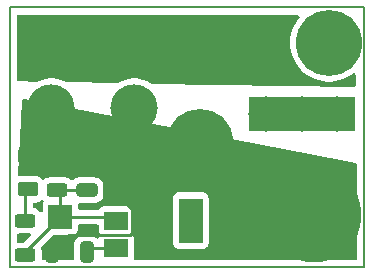
<source format=gbr>
%TF.GenerationSoftware,KiCad,Pcbnew,7.0.7*%
%TF.CreationDate,2024-08-19T02:41:26-07:00*%
%TF.ProjectId,CombatPDB,436f6d62-6174-4504-9442-2e6b69636164,rev?*%
%TF.SameCoordinates,Original*%
%TF.FileFunction,Copper,L1,Top*%
%TF.FilePolarity,Positive*%
%FSLAX46Y46*%
G04 Gerber Fmt 4.6, Leading zero omitted, Abs format (unit mm)*
G04 Created by KiCad (PCBNEW 7.0.7) date 2024-08-19 02:41:26*
%MOMM*%
%LPD*%
G01*
G04 APERTURE LIST*
G04 Aperture macros list*
%AMRoundRect*
0 Rectangle with rounded corners*
0 $1 Rounding radius*
0 $2 $3 $4 $5 $6 $7 $8 $9 X,Y pos of 4 corners*
0 Add a 4 corners polygon primitive as box body*
4,1,4,$2,$3,$4,$5,$6,$7,$8,$9,$2,$3,0*
0 Add four circle primitives for the rounded corners*
1,1,$1+$1,$2,$3*
1,1,$1+$1,$4,$5*
1,1,$1+$1,$6,$7*
1,1,$1+$1,$8,$9*
0 Add four rect primitives between the rounded corners*
20,1,$1+$1,$2,$3,$4,$5,0*
20,1,$1+$1,$4,$5,$6,$7,0*
20,1,$1+$1,$6,$7,$8,$9,0*
20,1,$1+$1,$8,$9,$2,$3,0*%
G04 Aperture macros list end*
%TA.AperFunction,NonConductor*%
%ADD10C,0.200000*%
%TD*%
%TA.AperFunction,SMDPad,CuDef*%
%ADD11RoundRect,0.250000X-0.625000X0.375000X-0.625000X-0.375000X0.625000X-0.375000X0.625000X0.375000X0*%
%TD*%
%TA.AperFunction,ComponentPad*%
%ADD12R,3.800000X3.800000*%
%TD*%
%TA.AperFunction,ComponentPad*%
%ADD13C,4.000000*%
%TD*%
%TA.AperFunction,SMDPad,CuDef*%
%ADD14R,2.000000X1.500000*%
%TD*%
%TA.AperFunction,SMDPad,CuDef*%
%ADD15R,2.000000X3.800000*%
%TD*%
%TA.AperFunction,SMDPad,CuDef*%
%ADD16R,9.000000X3.000000*%
%TD*%
%TA.AperFunction,SMDPad,CuDef*%
%ADD17RoundRect,0.250000X-0.625000X0.312500X-0.625000X-0.312500X0.625000X-0.312500X0.625000X0.312500X0*%
%TD*%
%TA.AperFunction,SMDPad,CuDef*%
%ADD18RoundRect,0.250000X-0.650000X0.325000X-0.650000X-0.325000X0.650000X-0.325000X0.650000X0.325000X0*%
%TD*%
%TA.AperFunction,SMDPad,CuDef*%
%ADD19RoundRect,0.250000X-0.325000X-0.650000X0.325000X-0.650000X0.325000X0.650000X-0.325000X0.650000X0*%
%TD*%
%TA.AperFunction,SMDPad,CuDef*%
%ADD20R,2.000000X2.000000*%
%TD*%
%TA.AperFunction,ViaPad*%
%ADD21C,8.000000*%
%TD*%
%TA.AperFunction,ViaPad*%
%ADD22C,5.600000*%
%TD*%
%TA.AperFunction,ViaPad*%
%ADD23C,3.000000*%
%TD*%
%TA.AperFunction,ViaPad*%
%ADD24C,2.500000*%
%TD*%
%TA.AperFunction,Conductor*%
%ADD25C,0.250000*%
%TD*%
G04 APERTURE END LIST*
D10*
X133500000Y-63000000D02*
X163500000Y-63000000D01*
X163500000Y-85000000D01*
X133500000Y-85000000D01*
X133500000Y-63000000D01*
D11*
%TO.P,D1,1,K*%
%TO.N,GND*%
X135000000Y-75600000D03*
%TO.P,D1,2,A*%
%TO.N,Net-(D1-A)*%
X135000000Y-78400000D03*
%TD*%
D12*
%TO.P,BT1,1,+*%
%TO.N,/VBAT*%
X137000000Y-66500000D03*
D13*
%TO.P,BT1,2,-*%
%TO.N,GND*%
X137000000Y-71500000D03*
%TD*%
D12*
%TO.P,BT2,1,+*%
%TO.N,/VBAT*%
X144000000Y-66500000D03*
D13*
%TO.P,BT2,2,-*%
%TO.N,GND*%
X144000000Y-71500000D03*
%TD*%
D14*
%TO.P,U2,1,GND*%
%TO.N,GND*%
X142500000Y-78750000D03*
%TO.P,U2,2,VO*%
%TO.N,/5V Power*%
X142500000Y-81050000D03*
D15*
X148800000Y-81050000D03*
D14*
%TO.P,U2,3,VI*%
%TO.N,/VBAT*%
X142500000Y-83350000D03*
%TD*%
D16*
%TO.P,TP3,1,1*%
%TO.N,GND*%
X158200000Y-72000000D03*
%TD*%
%TO.P,TP6,1,1*%
%TO.N,/VBAT*%
X152250000Y-65250000D03*
%TD*%
D17*
%TO.P,R1,1*%
%TO.N,Net-(D1-A)*%
X134800000Y-81075000D03*
%TO.P,R1,2*%
%TO.N,/5V Power*%
X134800000Y-84000000D03*
%TD*%
D18*
%TO.P,C2,1*%
%TO.N,GND*%
X140000000Y-75525000D03*
%TO.P,C2,2*%
%TO.N,/5V Power*%
X140000000Y-78475000D03*
%TD*%
D19*
%TO.P,C1,1*%
%TO.N,GND*%
X137025000Y-83750000D03*
%TO.P,C1,2*%
%TO.N,/VBAT*%
X139975000Y-83750000D03*
%TD*%
D20*
%TO.P,TP7,1,1*%
%TO.N,/5V Power*%
X137750000Y-80750000D03*
%TD*%
D17*
%TO.P,R2,1*%
%TO.N,GND*%
X137500000Y-75537500D03*
%TO.P,R2,2*%
%TO.N,/5V Power*%
X137500000Y-78462500D03*
%TD*%
D21*
%TO.N,GND*%
X159200000Y-80600000D03*
D22*
%TO.N,*%
X160500000Y-66000000D03*
D23*
%TO.N,GND*%
X158200000Y-72000000D03*
X161200000Y-72000000D03*
D22*
X149600000Y-74400000D03*
D23*
X155200000Y-72000000D03*
D24*
%TO.N,/VBAT*%
X153500000Y-67750000D03*
X148500000Y-67750000D03*
D23*
X149250000Y-65250000D03*
D24*
X151000000Y-67750000D03*
D23*
X155250000Y-65250000D03*
D24*
X156000000Y-67750000D03*
D23*
X152250000Y-65250000D03*
%TD*%
D25*
%TO.N,GND*%
X137962500Y-75950000D02*
X138000000Y-75987500D01*
X137500000Y-75537500D02*
X137512500Y-75525000D01*
X143825000Y-82125000D02*
X143825000Y-80075000D01*
X137437500Y-75600000D02*
X137500000Y-75537500D01*
X140000000Y-75525000D02*
X142500000Y-78025000D01*
X137025000Y-83750000D02*
X138500000Y-82275000D01*
X135000000Y-75600000D02*
X137437500Y-75600000D01*
X138500000Y-82275000D02*
X143675000Y-82275000D01*
X137512500Y-75525000D02*
X140000000Y-75525000D01*
X143675000Y-82275000D02*
X143825000Y-82125000D01*
X143825000Y-80075000D02*
X142500000Y-78750000D01*
X142500000Y-78025000D02*
X142500000Y-78750000D01*
%TO.N,Net-(D1-A)*%
X134800000Y-81075000D02*
X134800000Y-78600000D01*
X134800000Y-78600000D02*
X135000000Y-78400000D01*
%TO.N,/VBAT*%
X140375000Y-83350000D02*
X139975000Y-83750000D01*
X142500000Y-83350000D02*
X140375000Y-83350000D01*
%TO.N,/5V Power*%
X142200000Y-80750000D02*
X142500000Y-81050000D01*
X137750000Y-80750000D02*
X134800000Y-83700000D01*
X134800000Y-83700000D02*
X134800000Y-84000000D01*
X137500000Y-78462500D02*
X139987500Y-78462500D01*
X139987500Y-78462500D02*
X140000000Y-78475000D01*
X137750000Y-80750000D02*
X142200000Y-80750000D01*
X137750000Y-80750000D02*
X137750000Y-78712500D01*
X137750000Y-78712500D02*
X137500000Y-78462500D01*
%TD*%
%TA.AperFunction,Conductor*%
%TO.N,/VBAT*%
G36*
X157886090Y-63666139D02*
G01*
X157952776Y-63686976D01*
X157997614Y-63740561D01*
X158006363Y-63809880D01*
X157978456Y-63870396D01*
X157868641Y-63999680D01*
X157868634Y-63999690D01*
X157667790Y-64295913D01*
X157667784Y-64295922D01*
X157500151Y-64612111D01*
X157500142Y-64612129D01*
X157367674Y-64944600D01*
X157367672Y-64944607D01*
X157271932Y-65289434D01*
X157271926Y-65289460D01*
X157214029Y-65642614D01*
X157214028Y-65642631D01*
X157194652Y-65999997D01*
X157194652Y-66000002D01*
X157214028Y-66357368D01*
X157214029Y-66357385D01*
X157271926Y-66710539D01*
X157271932Y-66710565D01*
X157367672Y-67055392D01*
X157367674Y-67055399D01*
X157500142Y-67387870D01*
X157500151Y-67387888D01*
X157667784Y-67704077D01*
X157667790Y-67704086D01*
X157868634Y-68000309D01*
X157868641Y-68000319D01*
X158100331Y-68273085D01*
X158100332Y-68273086D01*
X158360163Y-68519211D01*
X158645081Y-68735800D01*
X158951747Y-68920315D01*
X158951749Y-68920316D01*
X158951751Y-68920317D01*
X158951755Y-68920319D01*
X159122903Y-68999500D01*
X159276565Y-69070591D01*
X159615726Y-69184868D01*
X159965254Y-69261805D01*
X160321052Y-69300500D01*
X160321058Y-69300500D01*
X160678942Y-69300500D01*
X160678948Y-69300500D01*
X161034746Y-69261805D01*
X161384274Y-69184868D01*
X161723435Y-69070591D01*
X162048253Y-68920315D01*
X162354919Y-68735800D01*
X162550959Y-68586773D01*
X162616241Y-68561875D01*
X162684622Y-68576222D01*
X162734390Y-68625261D01*
X162750000Y-68685490D01*
X162750000Y-69623824D01*
X162730315Y-69690863D01*
X162677511Y-69736618D01*
X162623844Y-69747805D01*
X145469961Y-69449476D01*
X145403274Y-69428629D01*
X145399232Y-69425813D01*
X145342495Y-69384591D01*
X145342488Y-69384586D01*
X145342484Y-69384584D01*
X145066766Y-69233006D01*
X145066763Y-69233004D01*
X145066758Y-69233002D01*
X145066757Y-69233001D01*
X144774228Y-69117181D01*
X144774225Y-69117180D01*
X144469476Y-69038934D01*
X144469463Y-69038932D01*
X144157329Y-68999500D01*
X144157318Y-68999500D01*
X143842682Y-68999500D01*
X143842670Y-68999500D01*
X143530536Y-69038932D01*
X143530523Y-69038934D01*
X143225774Y-69117180D01*
X143225771Y-69117181D01*
X142933242Y-69233001D01*
X142933234Y-69233005D01*
X142658247Y-69384181D01*
X142596354Y-69399500D01*
X138262227Y-69324125D01*
X138204646Y-69308806D01*
X138066765Y-69233005D01*
X138066757Y-69233001D01*
X137774228Y-69117181D01*
X137774225Y-69117180D01*
X137469476Y-69038934D01*
X137469463Y-69038932D01*
X137157329Y-68999500D01*
X137157318Y-68999500D01*
X136842682Y-68999500D01*
X136842670Y-68999500D01*
X136530536Y-69038932D01*
X136530523Y-69038934D01*
X136225774Y-69117180D01*
X136225771Y-69117181D01*
X135933235Y-69233004D01*
X135872896Y-69266176D01*
X135811003Y-69281495D01*
X134222344Y-69253866D01*
X134155657Y-69233019D01*
X134110827Y-69179427D01*
X134100500Y-69129885D01*
X134100500Y-63724500D01*
X134120185Y-63657461D01*
X134172989Y-63611706D01*
X134224500Y-63600500D01*
X154079000Y-63600500D01*
X157886090Y-63666139D01*
G37*
%TD.AperFunction*%
%TD*%
%TA.AperFunction,Conductor*%
%TO.N,GND*%
G36*
X140942540Y-81395185D02*
G01*
X140988295Y-81447989D01*
X140999501Y-81499500D01*
X140999501Y-81847876D01*
X141005908Y-81907483D01*
X141056202Y-82042328D01*
X141056203Y-82042330D01*
X141056204Y-82042331D01*
X141105022Y-82107544D01*
X141118606Y-82125689D01*
X141143023Y-82191153D01*
X141128172Y-82259426D01*
X141118606Y-82274311D01*
X141056203Y-82357669D01*
X141056202Y-82357671D01*
X141004873Y-82495294D01*
X140963002Y-82551228D01*
X140897538Y-82575645D01*
X140829265Y-82560794D01*
X140801010Y-82539642D01*
X140768657Y-82507289D01*
X140768656Y-82507288D01*
X140619334Y-82415186D01*
X140452797Y-82360001D01*
X140452795Y-82360000D01*
X140350010Y-82349500D01*
X139599998Y-82349500D01*
X139599980Y-82349501D01*
X139497203Y-82360000D01*
X139497200Y-82360001D01*
X139330668Y-82415185D01*
X139330663Y-82415187D01*
X139181342Y-82507289D01*
X139057289Y-82631342D01*
X138965187Y-82780663D01*
X138965185Y-82780668D01*
X138937402Y-82864511D01*
X138910001Y-82947203D01*
X138910001Y-82947204D01*
X138910000Y-82947204D01*
X138899500Y-83049983D01*
X138899500Y-83049996D01*
X138899501Y-84275500D01*
X138879816Y-84342539D01*
X138827013Y-84388294D01*
X138775501Y-84399500D01*
X136299500Y-84399500D01*
X136232461Y-84379815D01*
X136186706Y-84327011D01*
X136175500Y-84275500D01*
X136175499Y-83637498D01*
X136175498Y-83637480D01*
X136164999Y-83534703D01*
X136164998Y-83534700D01*
X136137097Y-83450500D01*
X136110626Y-83370619D01*
X136108225Y-83300793D01*
X136140650Y-83243938D01*
X137097770Y-82286818D01*
X137159094Y-82253333D01*
X137185452Y-82250499D01*
X138797871Y-82250499D01*
X138797872Y-82250499D01*
X138857483Y-82244091D01*
X138992331Y-82193796D01*
X139107546Y-82107546D01*
X139193796Y-81992331D01*
X139244091Y-81857483D01*
X139250500Y-81797873D01*
X139250500Y-81499500D01*
X139270185Y-81432461D01*
X139322989Y-81386706D01*
X139374500Y-81375500D01*
X140875501Y-81375500D01*
X140942540Y-81395185D01*
G37*
%TD.AperFunction*%
%TA.AperFunction,Conductor*%
G36*
X162798998Y-76211210D02*
G01*
X162861091Y-76243240D01*
X162896012Y-76303758D01*
X162899500Y-76332963D01*
X162899500Y-84275500D01*
X162879815Y-84342539D01*
X162827011Y-84388294D01*
X162775500Y-84399500D01*
X144101067Y-84399500D01*
X144034028Y-84379815D01*
X143988273Y-84327011D01*
X143978329Y-84257853D01*
X143984885Y-84232168D01*
X143994090Y-84207485D01*
X143994091Y-84207483D01*
X144000500Y-84147873D01*
X144000499Y-82997870D01*
X147299500Y-82997870D01*
X147299501Y-82997876D01*
X147305908Y-83057483D01*
X147356202Y-83192328D01*
X147356206Y-83192335D01*
X147442452Y-83307544D01*
X147442455Y-83307547D01*
X147557664Y-83393793D01*
X147557671Y-83393797D01*
X147692517Y-83444091D01*
X147692516Y-83444091D01*
X147699444Y-83444835D01*
X147752127Y-83450500D01*
X149847872Y-83450499D01*
X149907483Y-83444091D01*
X150042331Y-83393796D01*
X150157546Y-83307546D01*
X150243796Y-83192331D01*
X150294091Y-83057483D01*
X150300500Y-82997873D01*
X150300499Y-79102128D01*
X150294091Y-79042517D01*
X150243796Y-78907669D01*
X150243795Y-78907668D01*
X150243793Y-78907664D01*
X150157547Y-78792455D01*
X150157544Y-78792452D01*
X150042335Y-78706206D01*
X150042328Y-78706202D01*
X149907482Y-78655908D01*
X149907483Y-78655908D01*
X149847883Y-78649501D01*
X149847881Y-78649500D01*
X149847873Y-78649500D01*
X149847864Y-78649500D01*
X147752129Y-78649500D01*
X147752123Y-78649501D01*
X147692516Y-78655908D01*
X147557671Y-78706202D01*
X147557664Y-78706206D01*
X147442455Y-78792452D01*
X147442452Y-78792455D01*
X147356206Y-78907664D01*
X147356202Y-78907671D01*
X147305908Y-79042517D01*
X147299501Y-79102116D01*
X147299501Y-79102123D01*
X147299500Y-79102135D01*
X147299500Y-82997870D01*
X144000499Y-82997870D01*
X144000499Y-82552128D01*
X143994091Y-82492517D01*
X143965248Y-82415186D01*
X143943797Y-82357671D01*
X143943796Y-82357669D01*
X143881394Y-82274311D01*
X143856977Y-82208847D01*
X143871828Y-82140574D01*
X143881394Y-82125689D01*
X143894976Y-82107546D01*
X143943796Y-82042331D01*
X143994091Y-81907483D01*
X144000500Y-81847873D01*
X144000499Y-80252128D01*
X143994091Y-80192517D01*
X143968722Y-80124500D01*
X143943797Y-80057671D01*
X143943793Y-80057664D01*
X143857547Y-79942455D01*
X143857544Y-79942452D01*
X143742335Y-79856206D01*
X143742328Y-79856202D01*
X143607482Y-79805908D01*
X143607483Y-79805908D01*
X143547883Y-79799501D01*
X143547881Y-79799500D01*
X143547873Y-79799500D01*
X143547864Y-79799500D01*
X141452129Y-79799500D01*
X141452123Y-79799501D01*
X141392516Y-79805908D01*
X141257671Y-79856202D01*
X141257664Y-79856206D01*
X141142455Y-79942452D01*
X141142452Y-79942455D01*
X141056207Y-80057663D01*
X141054973Y-80059924D01*
X141053150Y-80061746D01*
X141050888Y-80064769D01*
X141050453Y-80064443D01*
X141005569Y-80109331D01*
X140946139Y-80124500D01*
X139374499Y-80124500D01*
X139307460Y-80104815D01*
X139261705Y-80052011D01*
X139250499Y-80000500D01*
X139250499Y-79702129D01*
X139250498Y-79702119D01*
X139248954Y-79687758D01*
X139261357Y-79618998D01*
X139308966Y-79567859D01*
X139372239Y-79550499D01*
X140700008Y-79550499D01*
X140802797Y-79539999D01*
X140969334Y-79484814D01*
X141118656Y-79392712D01*
X141242712Y-79268656D01*
X141334814Y-79119334D01*
X141389999Y-78952797D01*
X141400500Y-78850009D01*
X141400499Y-78099992D01*
X141389999Y-77997203D01*
X141334814Y-77830666D01*
X141242712Y-77681344D01*
X141118656Y-77557288D01*
X140969334Y-77465186D01*
X140802797Y-77410001D01*
X140802795Y-77410000D01*
X140700010Y-77399500D01*
X139299998Y-77399500D01*
X139299981Y-77399501D01*
X139197203Y-77410000D01*
X139197200Y-77410001D01*
X139030668Y-77465185D01*
X139030663Y-77465187D01*
X138881342Y-77557289D01*
X138825181Y-77613451D01*
X138763858Y-77646936D01*
X138694166Y-77641952D01*
X138649819Y-77613451D01*
X138593657Y-77557289D01*
X138593656Y-77557288D01*
X138444334Y-77465186D01*
X138277797Y-77410001D01*
X138277795Y-77410000D01*
X138175010Y-77399500D01*
X136824998Y-77399500D01*
X136824981Y-77399501D01*
X136722203Y-77410000D01*
X136722200Y-77410001D01*
X136555668Y-77465185D01*
X136555663Y-77465187D01*
X136406339Y-77557291D01*
X136399943Y-77563688D01*
X136338619Y-77597170D01*
X136268927Y-77592183D01*
X136224462Y-77559807D01*
X136222819Y-77561451D01*
X136093657Y-77432289D01*
X136093656Y-77432289D01*
X136093656Y-77432288D01*
X135944334Y-77340186D01*
X135777797Y-77285001D01*
X135777795Y-77285000D01*
X135675010Y-77274500D01*
X134324998Y-77274500D01*
X134324976Y-77274502D01*
X134293686Y-77277698D01*
X134224994Y-77264927D01*
X134174110Y-77217046D01*
X134157191Y-77149255D01*
X134157259Y-77147827D01*
X134492388Y-70892079D01*
X134515630Y-70826190D01*
X134570806Y-70783326D01*
X134639703Y-70776960D01*
X162798998Y-76211210D01*
G37*
%TD.AperFunction*%
%TD*%
%TA.AperFunction,NonConductor*%
G36*
X136260885Y-79302994D02*
G01*
X136316819Y-79344864D01*
X136341237Y-79410328D01*
X136326386Y-79478602D01*
X136316821Y-79493485D01*
X136306205Y-79507665D01*
X136306202Y-79507671D01*
X136255908Y-79642517D01*
X136249501Y-79702116D01*
X136249500Y-79702135D01*
X136249500Y-80232394D01*
X136229815Y-80299433D01*
X136177011Y-80345188D01*
X136107853Y-80355132D01*
X136044297Y-80326107D01*
X136019961Y-80297491D01*
X136017712Y-80293844D01*
X135893656Y-80169788D01*
X135744334Y-80077686D01*
X135577797Y-80022501D01*
X135577795Y-80022500D01*
X135536896Y-80018322D01*
X135472205Y-79991925D01*
X135432054Y-79934744D01*
X135425500Y-79894964D01*
X135425500Y-79649499D01*
X135445185Y-79582460D01*
X135497989Y-79536705D01*
X135549500Y-79525499D01*
X135675002Y-79525499D01*
X135675008Y-79525499D01*
X135777797Y-79514999D01*
X135944334Y-79459814D01*
X136093656Y-79367712D01*
X136129873Y-79331494D01*
X136191193Y-79298010D01*
X136260885Y-79302994D01*
G37*
%TD.AperFunction*%
%TA.AperFunction,NonConductor*%
G36*
X135245085Y-82157684D02*
G01*
X135290840Y-82210488D01*
X135300784Y-82279646D01*
X135271759Y-82343202D01*
X135265727Y-82349680D01*
X134714726Y-82900681D01*
X134653403Y-82934166D01*
X134627045Y-82937000D01*
X134224499Y-82937000D01*
X134157460Y-82917315D01*
X134111705Y-82864511D01*
X134100499Y-82813000D01*
X134100499Y-82539642D01*
X134100499Y-82261996D01*
X134120184Y-82194960D01*
X134172988Y-82149205D01*
X134224494Y-82137999D01*
X135178046Y-82137999D01*
X135245085Y-82157684D01*
G37*
%TD.AperFunction*%
M02*

</source>
